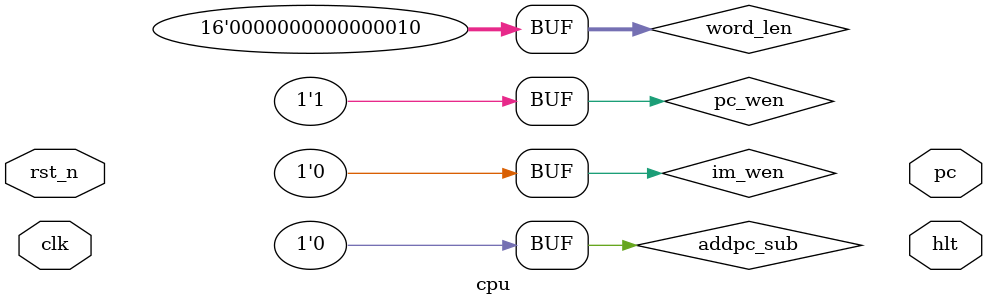
<source format=v>
module cpu(clk, rst_n, hlt, pc);

    input clk, rst_n;
    output hlt;
    output [15:0] pc;

    // component outputs
    wire [15:0] pc_out, addpc_out, im_out, dm_out, rf_out_1, rf_out_2, alu_out, 
                memtoreg_mux_out, signext4_out, signext8_out, shift_out, shiftimm_mux_out,
                alusrc_mux_out, unused_16b_in;
    wire [3:0] readreg1src_mux_out, readreg2src_mux_out;
    wire V, addpc_ovfl; // V represents overflow, addpc_ovfl unused

    // control signals
    wire [1:0] ALUSrc;
    wire [3:0] ALUOp;
    wire MemWrite, MemtoReg, BInv, RegWrite, ShiftImm, ReadReg1Src, ReadReg2Src;

    // fixed setting
    wire [15:0] word_len = 16'h2;
    wire pc_wen = 1'b1, addpc_sub = 1'b0, im_wen = 1'b0;

    PC PC(.in(addpc_out), .wen(pc_wen), .clk(clk), .rst(~rst_n), .out(pc_out));
    Add AddPC(.a(pc_out), .b(word_len), .sub(addpc_sub), .sum(addpc_out), .ovfl(addpc_ovfl));
    Control Control(.opcode(im_out[15:12]), .MemWrite(MemWrite), .MemToReg(MemtoReg), .RegWrite(RegWrite), .BInv(BInv), .ALUSrc(ALUSrc), .ALUOp(ALUOp), .ShiftImm(ShiftImm), .ReadReg1Src(ReadReg1Src), .ReadReg2Src(ReadReg2Src));
    IM IM(.data_out(im_out), .data_in(unused_16b_in), .addr(pc_out), .enable(rst_n), .wr(im_wen), .clk(clk), .rst(~rst_n));
    Mux2to1 #(4) ReadReg1SrcMux(.in0(im_out[7:4]), .in1(im_out[11:8]), .sel(ReadReg1Src), .out(readreg1src_mux_out));
    Mux2to1 #(4) ReadReg2SrcMux(.in0(im_out[3:0]), .in1(im_out[11:8]), .sel(ReadReg2Src), .out(readreg2src_mux_out));
    RegFile RegFile(.clk(clk), .rst(~rst_n), .SrcReg1(readreg1src_mux_out), .SrcReg2(readreg2src_mux_out), .DstReg(im_out[11:8]), .WriteReg(RegWrite), .DstData(memtoreg_mux_out), .SrcData1(rf_out_1), .SrcData2(rf_out_2));
    SignExt #(4) SignExt4(.in(im_out[3:0]), .out(signext4_out));
    Shift Shift(.in(signext4_out), .out(shift_out));
    Mux2to1 ShiftImmMux(.in0(signext4_out), .in1(shift_out), .sel(ShiftImm), .out(shiftimm_mux_out));
    SignExt #(8) SignExt8(.in(im_out[7:0]), .out(signext8_out));
    Mux4to1 ALUSrcMux(.in0(rf_out_2), .in1(shiftimm_mux_out), .in2(signext8_out), .in3(unused_16b_in), .sel(ALUSrc), .out(alusrc_mux_out));
    ALU ALU(.a(rf_out_1), .b(alusrc_mux_out), .BInv(BInv), .ALUOp(ALUOp), .out(alu_out), .v(V));
    DM DM(.data_out(dm_out), .data_in(rf_out_2), .addr(alu_out), .enable(rst_n), .wr(MemWrite), .clk(clk), .rst(~rst_n));
    Mux2to1 MemtoRegMux(.in0(alu_out), .in1(dm_out), .sel(MemtoReg), .out(memtoreg_mux_out));

endmodule
</source>
